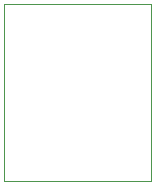
<source format=gbr>
G04 #@! TF.GenerationSoftware,KiCad,Pcbnew,(5.1.5)-3*
G04 #@! TF.CreationDate,2020-05-06T05:02:29-04:00*
G04 #@! TF.ProjectId,pi1541translator,70693135-3431-4747-9261-6e736c61746f,rev?*
G04 #@! TF.SameCoordinates,Original*
G04 #@! TF.FileFunction,Profile,NP*
%FSLAX46Y46*%
G04 Gerber Fmt 4.6, Leading zero omitted, Abs format (unit mm)*
G04 Created by KiCad (PCBNEW (5.1.5)-3) date 2020-05-06 05:02:29*
%MOMM*%
%LPD*%
G04 APERTURE LIST*
%ADD10C,0.050000*%
G04 APERTURE END LIST*
D10*
X143129000Y-56832500D02*
X143129000Y-41846500D01*
X155575000Y-56832500D02*
X143129000Y-56832500D01*
X155575000Y-41846500D02*
X155575000Y-56832500D01*
X143129000Y-41846500D02*
X155575000Y-41846500D01*
M02*

</source>
